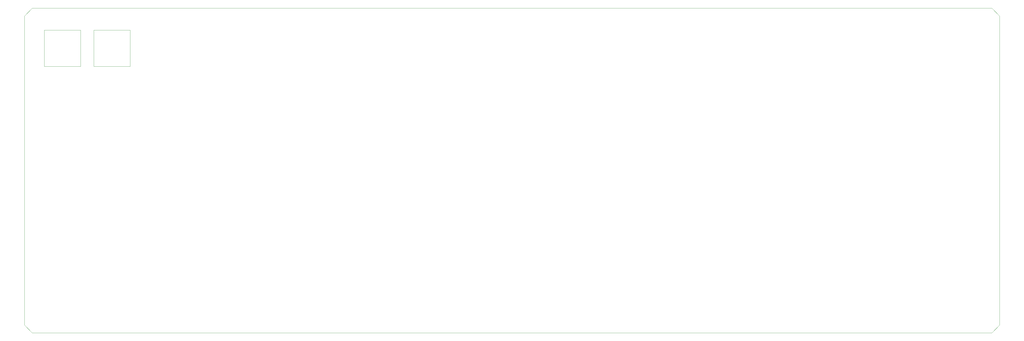
<source format=gbr>
G04 #@! TF.GenerationSoftware,KiCad,Pcbnew,(5.1.4)-1*
G04 #@! TF.CreationDate,2023-02-15T19:59:47+01:00*
G04 #@! TF.ProjectId,plate,706c6174-652e-46b6-9963-61645f706362,1.0*
G04 #@! TF.SameCoordinates,Original*
G04 #@! TF.FileFunction,Profile,NP*
%FSLAX46Y46*%
G04 Gerber Fmt 4.6, Leading zero omitted, Abs format (unit mm)*
G04 Created by KiCad (PCBNEW (5.1.4)-1) date 2023-02-15 19:59:47*
%MOMM*%
%LPD*%
G04 APERTURE LIST*
%ADD10C,0.050000*%
G04 APERTURE END LIST*
D10*
X48310800Y-141478000D02*
X48310800Y-127508000D01*
X62280800Y-141478000D02*
X48310800Y-141478000D01*
X62280800Y-127508000D02*
X62280800Y-141478000D01*
X48310800Y-127508000D02*
X62280800Y-127508000D01*
X29260800Y-141478000D02*
X29260800Y-127508000D01*
X43230800Y-141478000D02*
X29260800Y-141478000D01*
X43230800Y-127508000D02*
X43230800Y-141478000D01*
X29260800Y-127508000D02*
X43230800Y-127508000D01*
X393653500Y-119062500D02*
X24653500Y-119062500D01*
X396653500Y-122062500D02*
X393653500Y-119062500D01*
X24653500Y-119062500D02*
X21653500Y-122062500D01*
X24653500Y-244063000D02*
X393653500Y-244063000D01*
X24653500Y-244063000D02*
X21653500Y-241063000D01*
X396653500Y-122062500D02*
X396653500Y-241063000D01*
X396653500Y-241063000D02*
X393653500Y-244063000D01*
X21653500Y-241063000D02*
X21653500Y-122062500D01*
M02*

</source>
